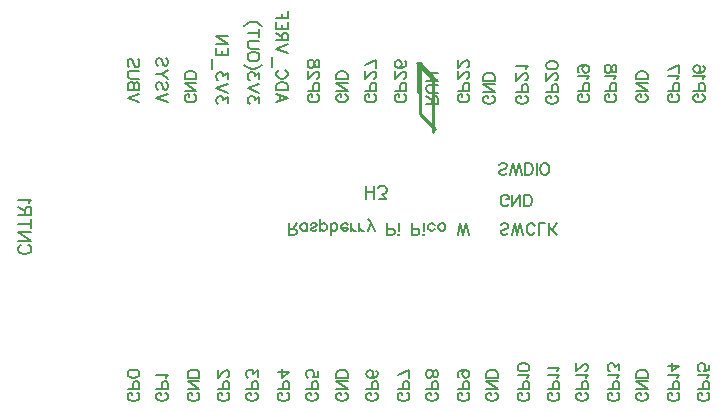
<source format=gbo>
G04 Layer: BottomSilkscreenLayer*
G04 EasyEDA v6.5.23, 2023-05-02 21:24:27*
G04 e18e553d63b247878dc8903f2d5500c8,4f913e99b9844981aeab8c69eabd27f9,10*
G04 Gerber Generator version 0.2*
G04 Scale: 100 percent, Rotated: No, Reflected: No *
G04 Dimensions in millimeters *
G04 leading zeros omitted , absolute positions ,4 integer and 5 decimal *
%FSLAX45Y45*%
%MOMM*%

%ADD10C,0.1524*%
%ADD11C,0.2032*%
%ADD12C,0.2540*%

%LPD*%
D10*
X114762Y-2144567D02*
G01*
X125153Y-2149764D01*
X135544Y-2160155D01*
X140738Y-2170544D01*
X140738Y-2191326D01*
X135544Y-2201717D01*
X125153Y-2212108D01*
X114762Y-2217305D01*
X99174Y-2222500D01*
X73197Y-2222500D01*
X57612Y-2217305D01*
X47221Y-2212108D01*
X36829Y-2201717D01*
X31635Y-2191326D01*
X31635Y-2170544D01*
X36829Y-2160155D01*
X47221Y-2149764D01*
X57612Y-2144567D01*
X140738Y-2110277D02*
G01*
X31635Y-2110277D01*
X140738Y-2110277D02*
G01*
X31635Y-2037542D01*
X140738Y-2037542D02*
G01*
X31635Y-2037542D01*
X140738Y-1966884D02*
G01*
X31635Y-1966884D01*
X140738Y-2003252D02*
G01*
X140738Y-1930514D01*
X140738Y-1896224D02*
G01*
X31635Y-1896224D01*
X140738Y-1896224D02*
G01*
X140738Y-1849465D01*
X135544Y-1833879D01*
X130347Y-1828685D01*
X119956Y-1823488D01*
X109565Y-1823488D01*
X99174Y-1828685D01*
X93979Y-1833879D01*
X88785Y-1849465D01*
X88785Y-1896224D01*
X88785Y-1859856D02*
G01*
X31635Y-1823488D01*
X119956Y-1789198D02*
G01*
X125153Y-1778807D01*
X140738Y-1763222D01*
X31635Y-1763222D01*
X2971800Y-1753638D02*
G01*
X2971800Y-1644535D01*
X3044535Y-1753638D02*
G01*
X3044535Y-1644535D01*
X2971800Y-1701685D02*
G01*
X3044535Y-1701685D01*
X3089216Y-1753638D02*
G01*
X3146366Y-1753638D01*
X3115195Y-1712074D01*
X3130781Y-1712074D01*
X3141172Y-1706879D01*
X3146366Y-1701685D01*
X3151563Y-1686097D01*
X3151563Y-1675706D01*
X3146366Y-1660121D01*
X3135975Y-1649729D01*
X3120390Y-1644535D01*
X3104804Y-1644535D01*
X3089216Y-1649729D01*
X3084022Y-1654924D01*
X3078825Y-1665315D01*
D11*
X5859272Y-3396742D02*
G01*
X5868670Y-3401313D01*
X5878068Y-3410712D01*
X5882640Y-3420110D01*
X5882640Y-3438905D01*
X5878068Y-3448304D01*
X5868670Y-3457702D01*
X5859272Y-3462528D01*
X5845047Y-3467100D01*
X5821679Y-3467100D01*
X5807709Y-3462528D01*
X5798311Y-3457702D01*
X5788913Y-3448304D01*
X5784088Y-3438905D01*
X5784088Y-3420110D01*
X5788913Y-3410712D01*
X5798311Y-3401313D01*
X5807709Y-3396742D01*
X5821679Y-3396742D01*
X5821679Y-3420110D02*
G01*
X5821679Y-3396742D01*
X5882640Y-3365754D02*
G01*
X5784088Y-3365754D01*
X5882640Y-3365754D02*
G01*
X5882640Y-3323589D01*
X5878068Y-3309365D01*
X5873241Y-3304794D01*
X5863843Y-3300221D01*
X5849874Y-3300221D01*
X5840475Y-3304794D01*
X5835650Y-3309365D01*
X5831077Y-3323589D01*
X5831077Y-3365754D01*
X5863843Y-3269234D02*
G01*
X5868670Y-3259836D01*
X5882640Y-3245612D01*
X5784088Y-3245612D01*
X5882640Y-3158489D02*
G01*
X5882640Y-3205226D01*
X5840475Y-3210052D01*
X5845047Y-3205226D01*
X5849874Y-3191255D01*
X5849874Y-3177286D01*
X5845047Y-3163062D01*
X5835650Y-3153663D01*
X5821679Y-3149092D01*
X5812281Y-3149092D01*
X5798311Y-3153663D01*
X5788913Y-3163062D01*
X5784088Y-3177286D01*
X5784088Y-3191255D01*
X5788913Y-3205226D01*
X5793486Y-3210052D01*
X5802884Y-3214623D01*
X5605272Y-3396742D02*
G01*
X5614670Y-3401313D01*
X5624068Y-3410712D01*
X5628640Y-3420110D01*
X5628640Y-3438905D01*
X5624068Y-3448304D01*
X5614670Y-3457702D01*
X5605272Y-3462528D01*
X5591047Y-3467100D01*
X5567679Y-3467100D01*
X5553709Y-3462528D01*
X5544311Y-3457702D01*
X5534913Y-3448304D01*
X5530088Y-3438905D01*
X5530088Y-3420110D01*
X5534913Y-3410712D01*
X5544311Y-3401313D01*
X5553709Y-3396742D01*
X5567679Y-3396742D01*
X5567679Y-3420110D02*
G01*
X5567679Y-3396742D01*
X5628640Y-3365754D02*
G01*
X5530088Y-3365754D01*
X5628640Y-3365754D02*
G01*
X5628640Y-3323589D01*
X5624068Y-3309365D01*
X5619241Y-3304794D01*
X5609843Y-3300221D01*
X5595874Y-3300221D01*
X5586475Y-3304794D01*
X5581650Y-3309365D01*
X5577077Y-3323589D01*
X5577077Y-3365754D01*
X5609843Y-3269234D02*
G01*
X5614670Y-3259836D01*
X5628640Y-3245612D01*
X5530088Y-3245612D01*
X5628640Y-3167887D02*
G01*
X5562854Y-3214623D01*
X5562854Y-3144265D01*
X5628640Y-3167887D02*
G01*
X5530088Y-3167887D01*
X5338572Y-3396742D02*
G01*
X5347970Y-3401313D01*
X5357368Y-3410712D01*
X5361940Y-3420110D01*
X5361940Y-3438905D01*
X5357368Y-3448304D01*
X5347970Y-3457702D01*
X5338572Y-3462528D01*
X5324347Y-3467100D01*
X5300979Y-3467100D01*
X5287009Y-3462528D01*
X5277611Y-3457702D01*
X5268213Y-3448304D01*
X5263388Y-3438905D01*
X5263388Y-3420110D01*
X5268213Y-3410712D01*
X5277611Y-3401313D01*
X5287009Y-3396742D01*
X5300979Y-3396742D01*
X5300979Y-3420110D02*
G01*
X5300979Y-3396742D01*
X5361940Y-3365754D02*
G01*
X5263388Y-3365754D01*
X5361940Y-3365754D02*
G01*
X5263388Y-3300221D01*
X5361940Y-3300221D02*
G01*
X5263388Y-3300221D01*
X5361940Y-3269234D02*
G01*
X5263388Y-3269234D01*
X5361940Y-3269234D02*
G01*
X5361940Y-3236213D01*
X5357368Y-3222244D01*
X5347970Y-3212845D01*
X5338572Y-3208273D01*
X5324347Y-3203447D01*
X5300979Y-3203447D01*
X5287009Y-3208273D01*
X5277611Y-3212845D01*
X5268213Y-3222244D01*
X5263388Y-3236213D01*
X5263388Y-3269234D01*
X5097272Y-3396742D02*
G01*
X5106670Y-3401313D01*
X5116068Y-3410712D01*
X5120640Y-3420110D01*
X5120640Y-3438905D01*
X5116068Y-3448304D01*
X5106670Y-3457702D01*
X5097272Y-3462528D01*
X5083047Y-3467100D01*
X5059679Y-3467100D01*
X5045709Y-3462528D01*
X5036311Y-3457702D01*
X5026913Y-3448304D01*
X5022088Y-3438905D01*
X5022088Y-3420110D01*
X5026913Y-3410712D01*
X5036311Y-3401313D01*
X5045709Y-3396742D01*
X5059679Y-3396742D01*
X5059679Y-3420110D02*
G01*
X5059679Y-3396742D01*
X5120640Y-3365754D02*
G01*
X5022088Y-3365754D01*
X5120640Y-3365754D02*
G01*
X5120640Y-3323589D01*
X5116068Y-3309365D01*
X5111241Y-3304794D01*
X5101843Y-3300221D01*
X5087874Y-3300221D01*
X5078475Y-3304794D01*
X5073650Y-3309365D01*
X5069077Y-3323589D01*
X5069077Y-3365754D01*
X5101843Y-3269234D02*
G01*
X5106670Y-3259836D01*
X5120640Y-3245612D01*
X5022088Y-3245612D01*
X5120640Y-3205226D02*
G01*
X5120640Y-3153663D01*
X5083047Y-3181857D01*
X5083047Y-3167887D01*
X5078475Y-3158489D01*
X5073650Y-3153663D01*
X5059679Y-3149092D01*
X5050281Y-3149092D01*
X5036311Y-3153663D01*
X5026913Y-3163062D01*
X5022088Y-3177286D01*
X5022088Y-3191255D01*
X5026913Y-3205226D01*
X5031486Y-3210052D01*
X5040884Y-3214623D01*
X4830572Y-3396742D02*
G01*
X4839970Y-3401313D01*
X4849368Y-3410712D01*
X4853940Y-3420110D01*
X4853940Y-3438905D01*
X4849368Y-3448304D01*
X4839970Y-3457702D01*
X4830572Y-3462528D01*
X4816347Y-3467100D01*
X4792979Y-3467100D01*
X4779009Y-3462528D01*
X4769611Y-3457702D01*
X4760213Y-3448304D01*
X4755388Y-3438905D01*
X4755388Y-3420110D01*
X4760213Y-3410712D01*
X4769611Y-3401313D01*
X4779009Y-3396742D01*
X4792979Y-3396742D01*
X4792979Y-3420110D02*
G01*
X4792979Y-3396742D01*
X4853940Y-3365754D02*
G01*
X4755388Y-3365754D01*
X4853940Y-3365754D02*
G01*
X4853940Y-3323589D01*
X4849368Y-3309365D01*
X4844541Y-3304794D01*
X4835143Y-3300221D01*
X4821174Y-3300221D01*
X4811775Y-3304794D01*
X4806950Y-3309365D01*
X4802377Y-3323589D01*
X4802377Y-3365754D01*
X4835143Y-3269234D02*
G01*
X4839970Y-3259836D01*
X4853940Y-3245612D01*
X4755388Y-3245612D01*
X4830572Y-3210052D02*
G01*
X4835143Y-3210052D01*
X4844541Y-3205226D01*
X4849368Y-3200654D01*
X4853940Y-3191255D01*
X4853940Y-3172460D01*
X4849368Y-3163062D01*
X4844541Y-3158489D01*
X4835143Y-3153663D01*
X4825745Y-3153663D01*
X4816347Y-3158489D01*
X4802377Y-3167887D01*
X4755388Y-3214623D01*
X4755388Y-3149092D01*
X4589272Y-3396742D02*
G01*
X4598670Y-3401313D01*
X4608068Y-3410712D01*
X4612640Y-3420110D01*
X4612640Y-3438905D01*
X4608068Y-3448304D01*
X4598670Y-3457702D01*
X4589272Y-3462528D01*
X4575047Y-3467100D01*
X4551679Y-3467100D01*
X4537709Y-3462528D01*
X4528311Y-3457702D01*
X4518913Y-3448304D01*
X4514088Y-3438905D01*
X4514088Y-3420110D01*
X4518913Y-3410712D01*
X4528311Y-3401313D01*
X4537709Y-3396742D01*
X4551679Y-3396742D01*
X4551679Y-3420110D02*
G01*
X4551679Y-3396742D01*
X4612640Y-3365754D02*
G01*
X4514088Y-3365754D01*
X4612640Y-3365754D02*
G01*
X4612640Y-3323589D01*
X4608068Y-3309365D01*
X4603241Y-3304794D01*
X4593843Y-3300221D01*
X4579874Y-3300221D01*
X4570475Y-3304794D01*
X4565650Y-3309365D01*
X4561077Y-3323589D01*
X4561077Y-3365754D01*
X4593843Y-3269234D02*
G01*
X4598670Y-3259836D01*
X4612640Y-3245612D01*
X4514088Y-3245612D01*
X4593843Y-3214623D02*
G01*
X4598670Y-3205226D01*
X4612640Y-3191255D01*
X4514088Y-3191255D01*
X4335272Y-3396742D02*
G01*
X4344670Y-3401313D01*
X4354068Y-3410712D01*
X4358640Y-3420110D01*
X4358640Y-3438905D01*
X4354068Y-3448304D01*
X4344670Y-3457702D01*
X4335272Y-3462528D01*
X4321047Y-3467100D01*
X4297679Y-3467100D01*
X4283709Y-3462528D01*
X4274311Y-3457702D01*
X4264913Y-3448304D01*
X4260088Y-3438905D01*
X4260088Y-3420110D01*
X4264913Y-3410712D01*
X4274311Y-3401313D01*
X4283709Y-3396742D01*
X4297679Y-3396742D01*
X4297679Y-3420110D02*
G01*
X4297679Y-3396742D01*
X4358640Y-3365754D02*
G01*
X4260088Y-3365754D01*
X4358640Y-3365754D02*
G01*
X4358640Y-3323589D01*
X4354068Y-3309365D01*
X4349241Y-3304794D01*
X4339843Y-3300221D01*
X4325874Y-3300221D01*
X4316475Y-3304794D01*
X4311650Y-3309365D01*
X4307077Y-3323589D01*
X4307077Y-3365754D01*
X4339843Y-3269234D02*
G01*
X4344670Y-3259836D01*
X4358640Y-3245612D01*
X4260088Y-3245612D01*
X4358640Y-3186684D02*
G01*
X4354068Y-3200654D01*
X4339843Y-3210052D01*
X4316475Y-3214623D01*
X4302252Y-3214623D01*
X4278884Y-3210052D01*
X4264913Y-3200654D01*
X4260088Y-3186684D01*
X4260088Y-3177286D01*
X4264913Y-3163062D01*
X4278884Y-3153663D01*
X4302252Y-3149092D01*
X4316475Y-3149092D01*
X4339843Y-3153663D01*
X4354068Y-3163062D01*
X4358640Y-3177286D01*
X4358640Y-3186684D01*
X4068572Y-3396742D02*
G01*
X4077970Y-3401313D01*
X4087368Y-3410712D01*
X4091940Y-3420110D01*
X4091940Y-3438905D01*
X4087368Y-3448304D01*
X4077970Y-3457702D01*
X4068572Y-3462528D01*
X4054347Y-3467100D01*
X4030979Y-3467100D01*
X4017009Y-3462528D01*
X4007611Y-3457702D01*
X3998213Y-3448304D01*
X3993388Y-3438905D01*
X3993388Y-3420110D01*
X3998213Y-3410712D01*
X4007611Y-3401313D01*
X4017009Y-3396742D01*
X4030979Y-3396742D01*
X4030979Y-3420110D02*
G01*
X4030979Y-3396742D01*
X4091940Y-3365754D02*
G01*
X3993388Y-3365754D01*
X4091940Y-3365754D02*
G01*
X3993388Y-3300221D01*
X4091940Y-3300221D02*
G01*
X3993388Y-3300221D01*
X4091940Y-3269234D02*
G01*
X3993388Y-3269234D01*
X4091940Y-3269234D02*
G01*
X4091940Y-3236213D01*
X4087368Y-3222244D01*
X4077970Y-3212845D01*
X4068572Y-3208273D01*
X4054347Y-3203447D01*
X4030979Y-3203447D01*
X4017009Y-3208273D01*
X4007611Y-3212845D01*
X3998213Y-3222244D01*
X3993388Y-3236213D01*
X3993388Y-3269234D01*
X3827272Y-3396742D02*
G01*
X3836670Y-3401313D01*
X3846068Y-3410712D01*
X3850640Y-3420110D01*
X3850640Y-3438905D01*
X3846068Y-3448304D01*
X3836670Y-3457702D01*
X3827272Y-3462528D01*
X3813047Y-3467100D01*
X3789679Y-3467100D01*
X3775709Y-3462528D01*
X3766311Y-3457702D01*
X3756913Y-3448304D01*
X3752088Y-3438905D01*
X3752088Y-3420110D01*
X3756913Y-3410712D01*
X3766311Y-3401313D01*
X3775709Y-3396742D01*
X3789679Y-3396742D01*
X3789679Y-3420110D02*
G01*
X3789679Y-3396742D01*
X3850640Y-3365754D02*
G01*
X3752088Y-3365754D01*
X3850640Y-3365754D02*
G01*
X3850640Y-3323589D01*
X3846068Y-3309365D01*
X3841241Y-3304794D01*
X3831843Y-3300221D01*
X3817874Y-3300221D01*
X3808475Y-3304794D01*
X3803650Y-3309365D01*
X3799077Y-3323589D01*
X3799077Y-3365754D01*
X3817874Y-3208273D02*
G01*
X3803650Y-3212845D01*
X3794252Y-3222244D01*
X3789679Y-3236213D01*
X3789679Y-3241039D01*
X3794252Y-3255010D01*
X3803650Y-3264407D01*
X3817874Y-3269234D01*
X3822445Y-3269234D01*
X3836670Y-3264407D01*
X3846068Y-3255010D01*
X3850640Y-3241039D01*
X3850640Y-3236213D01*
X3846068Y-3222244D01*
X3836670Y-3212845D01*
X3817874Y-3208273D01*
X3794252Y-3208273D01*
X3770884Y-3212845D01*
X3756913Y-3222244D01*
X3752088Y-3236213D01*
X3752088Y-3245612D01*
X3756913Y-3259836D01*
X3766311Y-3264407D01*
X3560572Y-3396742D02*
G01*
X3569970Y-3401313D01*
X3579368Y-3410712D01*
X3583940Y-3420110D01*
X3583940Y-3438905D01*
X3579368Y-3448304D01*
X3569970Y-3457702D01*
X3560572Y-3462528D01*
X3546347Y-3467100D01*
X3522979Y-3467100D01*
X3509009Y-3462528D01*
X3499611Y-3457702D01*
X3490213Y-3448304D01*
X3485388Y-3438905D01*
X3485388Y-3420110D01*
X3490213Y-3410712D01*
X3499611Y-3401313D01*
X3509009Y-3396742D01*
X3522979Y-3396742D01*
X3522979Y-3420110D02*
G01*
X3522979Y-3396742D01*
X3583940Y-3365754D02*
G01*
X3485388Y-3365754D01*
X3583940Y-3365754D02*
G01*
X3583940Y-3323589D01*
X3579368Y-3309365D01*
X3574541Y-3304794D01*
X3565143Y-3300221D01*
X3551174Y-3300221D01*
X3541775Y-3304794D01*
X3536950Y-3309365D01*
X3532377Y-3323589D01*
X3532377Y-3365754D01*
X3583940Y-3245612D02*
G01*
X3579368Y-3259836D01*
X3569970Y-3264407D01*
X3560572Y-3264407D01*
X3551174Y-3259836D01*
X3546347Y-3250437D01*
X3541775Y-3231642D01*
X3536950Y-3217418D01*
X3527552Y-3208273D01*
X3518154Y-3203447D01*
X3504184Y-3203447D01*
X3494786Y-3208273D01*
X3490213Y-3212845D01*
X3485388Y-3226815D01*
X3485388Y-3245612D01*
X3490213Y-3259836D01*
X3494786Y-3264407D01*
X3504184Y-3269234D01*
X3518154Y-3269234D01*
X3527552Y-3264407D01*
X3536950Y-3255010D01*
X3541775Y-3241039D01*
X3546347Y-3222244D01*
X3551174Y-3212845D01*
X3560572Y-3208273D01*
X3569970Y-3208273D01*
X3579368Y-3212845D01*
X3583940Y-3226815D01*
X3583940Y-3245612D01*
X3319272Y-3396742D02*
G01*
X3328670Y-3401313D01*
X3338068Y-3410712D01*
X3342640Y-3420110D01*
X3342640Y-3438905D01*
X3338068Y-3448304D01*
X3328670Y-3457702D01*
X3319272Y-3462528D01*
X3305047Y-3467100D01*
X3281679Y-3467100D01*
X3267709Y-3462528D01*
X3258311Y-3457702D01*
X3248913Y-3448304D01*
X3244088Y-3438905D01*
X3244088Y-3420110D01*
X3248913Y-3410712D01*
X3258311Y-3401313D01*
X3267709Y-3396742D01*
X3281679Y-3396742D01*
X3281679Y-3420110D02*
G01*
X3281679Y-3396742D01*
X3342640Y-3365754D02*
G01*
X3244088Y-3365754D01*
X3342640Y-3365754D02*
G01*
X3342640Y-3323589D01*
X3338068Y-3309365D01*
X3333241Y-3304794D01*
X3323843Y-3300221D01*
X3309874Y-3300221D01*
X3300475Y-3304794D01*
X3295650Y-3309365D01*
X3291077Y-3323589D01*
X3291077Y-3365754D01*
X3342640Y-3203447D02*
G01*
X3244088Y-3250437D01*
X3342640Y-3269234D02*
G01*
X3342640Y-3203447D01*
X3052572Y-3396742D02*
G01*
X3061970Y-3401313D01*
X3071368Y-3410712D01*
X3075940Y-3420110D01*
X3075940Y-3438905D01*
X3071368Y-3448304D01*
X3061970Y-3457702D01*
X3052572Y-3462528D01*
X3038347Y-3467100D01*
X3014979Y-3467100D01*
X3001009Y-3462528D01*
X2991611Y-3457702D01*
X2982213Y-3448304D01*
X2977388Y-3438905D01*
X2977388Y-3420110D01*
X2982213Y-3410712D01*
X2991611Y-3401313D01*
X3001009Y-3396742D01*
X3014979Y-3396742D01*
X3014979Y-3420110D02*
G01*
X3014979Y-3396742D01*
X3075940Y-3365754D02*
G01*
X2977388Y-3365754D01*
X3075940Y-3365754D02*
G01*
X3075940Y-3323589D01*
X3071368Y-3309365D01*
X3066541Y-3304794D01*
X3057143Y-3300221D01*
X3043174Y-3300221D01*
X3033775Y-3304794D01*
X3028950Y-3309365D01*
X3024377Y-3323589D01*
X3024377Y-3365754D01*
X3061970Y-3212845D02*
G01*
X3071368Y-3217418D01*
X3075940Y-3231642D01*
X3075940Y-3241039D01*
X3071368Y-3255010D01*
X3057143Y-3264407D01*
X3033775Y-3269234D01*
X3010154Y-3269234D01*
X2991611Y-3264407D01*
X2982213Y-3255010D01*
X2977388Y-3241039D01*
X2977388Y-3236213D01*
X2982213Y-3222244D01*
X2991611Y-3212845D01*
X3005581Y-3208273D01*
X3010154Y-3208273D01*
X3024377Y-3212845D01*
X3033775Y-3222244D01*
X3038347Y-3236213D01*
X3038347Y-3241039D01*
X3033775Y-3255010D01*
X3024377Y-3264407D01*
X3010154Y-3269234D01*
X2798572Y-3396742D02*
G01*
X2807970Y-3401313D01*
X2817368Y-3410712D01*
X2821940Y-3420110D01*
X2821940Y-3438905D01*
X2817368Y-3448304D01*
X2807970Y-3457702D01*
X2798572Y-3462528D01*
X2784347Y-3467100D01*
X2760979Y-3467100D01*
X2747009Y-3462528D01*
X2737611Y-3457702D01*
X2728213Y-3448304D01*
X2723388Y-3438905D01*
X2723388Y-3420110D01*
X2728213Y-3410712D01*
X2737611Y-3401313D01*
X2747009Y-3396742D01*
X2760979Y-3396742D01*
X2760979Y-3420110D02*
G01*
X2760979Y-3396742D01*
X2821940Y-3365754D02*
G01*
X2723388Y-3365754D01*
X2821940Y-3365754D02*
G01*
X2723388Y-3300221D01*
X2821940Y-3300221D02*
G01*
X2723388Y-3300221D01*
X2821940Y-3269234D02*
G01*
X2723388Y-3269234D01*
X2821940Y-3269234D02*
G01*
X2821940Y-3236213D01*
X2817368Y-3222244D01*
X2807970Y-3212845D01*
X2798572Y-3208273D01*
X2784347Y-3203447D01*
X2760979Y-3203447D01*
X2747009Y-3208273D01*
X2737611Y-3212845D01*
X2728213Y-3222244D01*
X2723388Y-3236213D01*
X2723388Y-3269234D01*
X2544572Y-3396742D02*
G01*
X2553970Y-3401313D01*
X2563368Y-3410712D01*
X2567940Y-3420110D01*
X2567940Y-3438905D01*
X2563368Y-3448304D01*
X2553970Y-3457702D01*
X2544572Y-3462528D01*
X2530347Y-3467100D01*
X2506979Y-3467100D01*
X2493009Y-3462528D01*
X2483611Y-3457702D01*
X2474213Y-3448304D01*
X2469388Y-3438905D01*
X2469388Y-3420110D01*
X2474213Y-3410712D01*
X2483611Y-3401313D01*
X2493009Y-3396742D01*
X2506979Y-3396742D01*
X2506979Y-3420110D02*
G01*
X2506979Y-3396742D01*
X2567940Y-3365754D02*
G01*
X2469388Y-3365754D01*
X2567940Y-3365754D02*
G01*
X2567940Y-3323589D01*
X2563368Y-3309365D01*
X2558541Y-3304794D01*
X2549143Y-3300221D01*
X2535174Y-3300221D01*
X2525775Y-3304794D01*
X2520950Y-3309365D01*
X2516377Y-3323589D01*
X2516377Y-3365754D01*
X2567940Y-3212845D02*
G01*
X2567940Y-3259836D01*
X2525775Y-3264407D01*
X2530347Y-3259836D01*
X2535174Y-3245612D01*
X2535174Y-3231642D01*
X2530347Y-3217418D01*
X2520950Y-3208273D01*
X2506979Y-3203447D01*
X2497581Y-3203447D01*
X2483611Y-3208273D01*
X2474213Y-3217418D01*
X2469388Y-3231642D01*
X2469388Y-3245612D01*
X2474213Y-3259836D01*
X2478786Y-3264407D01*
X2488184Y-3269234D01*
X2303272Y-3396742D02*
G01*
X2312670Y-3401313D01*
X2322068Y-3410712D01*
X2326640Y-3420110D01*
X2326640Y-3438905D01*
X2322068Y-3448304D01*
X2312670Y-3457702D01*
X2303272Y-3462528D01*
X2289047Y-3467100D01*
X2265679Y-3467100D01*
X2251709Y-3462528D01*
X2242311Y-3457702D01*
X2232913Y-3448304D01*
X2228088Y-3438905D01*
X2228088Y-3420110D01*
X2232913Y-3410712D01*
X2242311Y-3401313D01*
X2251709Y-3396742D01*
X2265679Y-3396742D01*
X2265679Y-3420110D02*
G01*
X2265679Y-3396742D01*
X2326640Y-3365754D02*
G01*
X2228088Y-3365754D01*
X2326640Y-3365754D02*
G01*
X2326640Y-3323589D01*
X2322068Y-3309365D01*
X2317241Y-3304794D01*
X2307843Y-3300221D01*
X2293874Y-3300221D01*
X2284475Y-3304794D01*
X2279650Y-3309365D01*
X2275077Y-3323589D01*
X2275077Y-3365754D01*
X2326640Y-3222244D02*
G01*
X2260854Y-3269234D01*
X2260854Y-3198876D01*
X2326640Y-3222244D02*
G01*
X2228088Y-3222244D01*
X2036572Y-3396742D02*
G01*
X2045970Y-3401313D01*
X2055368Y-3410712D01*
X2059940Y-3420110D01*
X2059940Y-3438905D01*
X2055368Y-3448304D01*
X2045970Y-3457702D01*
X2036572Y-3462528D01*
X2022347Y-3467100D01*
X1998979Y-3467100D01*
X1985009Y-3462528D01*
X1975611Y-3457702D01*
X1966213Y-3448304D01*
X1961388Y-3438905D01*
X1961388Y-3420110D01*
X1966213Y-3410712D01*
X1975611Y-3401313D01*
X1985009Y-3396742D01*
X1998979Y-3396742D01*
X1998979Y-3420110D02*
G01*
X1998979Y-3396742D01*
X2059940Y-3365754D02*
G01*
X1961388Y-3365754D01*
X2059940Y-3365754D02*
G01*
X2059940Y-3323589D01*
X2055368Y-3309365D01*
X2050541Y-3304794D01*
X2041143Y-3300221D01*
X2027174Y-3300221D01*
X2017775Y-3304794D01*
X2012950Y-3309365D01*
X2008377Y-3323589D01*
X2008377Y-3365754D01*
X2059940Y-3259836D02*
G01*
X2059940Y-3208273D01*
X2022347Y-3236213D01*
X2022347Y-3222244D01*
X2017775Y-3212845D01*
X2012950Y-3208273D01*
X1998979Y-3203447D01*
X1989581Y-3203447D01*
X1975611Y-3208273D01*
X1966213Y-3217418D01*
X1961388Y-3231642D01*
X1961388Y-3245612D01*
X1966213Y-3259836D01*
X1970786Y-3264407D01*
X1980184Y-3269234D01*
X1795271Y-3396742D02*
G01*
X1804670Y-3401313D01*
X1814068Y-3410712D01*
X1818639Y-3420110D01*
X1818639Y-3438905D01*
X1814068Y-3448304D01*
X1804670Y-3457702D01*
X1795271Y-3462528D01*
X1781047Y-3467100D01*
X1757679Y-3467100D01*
X1743710Y-3462528D01*
X1734312Y-3457702D01*
X1724913Y-3448304D01*
X1720087Y-3438905D01*
X1720087Y-3420110D01*
X1724913Y-3410712D01*
X1734312Y-3401313D01*
X1743710Y-3396742D01*
X1757679Y-3396742D01*
X1757679Y-3420110D02*
G01*
X1757679Y-3396742D01*
X1818639Y-3365754D02*
G01*
X1720087Y-3365754D01*
X1818639Y-3365754D02*
G01*
X1818639Y-3323589D01*
X1814068Y-3309365D01*
X1809242Y-3304794D01*
X1799844Y-3300221D01*
X1785873Y-3300221D01*
X1776476Y-3304794D01*
X1771650Y-3309365D01*
X1767078Y-3323589D01*
X1767078Y-3365754D01*
X1795271Y-3264407D02*
G01*
X1799844Y-3264407D01*
X1809242Y-3259836D01*
X1814068Y-3255010D01*
X1818639Y-3245612D01*
X1818639Y-3226815D01*
X1814068Y-3217418D01*
X1809242Y-3212845D01*
X1799844Y-3208273D01*
X1790445Y-3208273D01*
X1781047Y-3212845D01*
X1767078Y-3222244D01*
X1720087Y-3269234D01*
X1720087Y-3203447D01*
X1541271Y-3396742D02*
G01*
X1550670Y-3401313D01*
X1560068Y-3410712D01*
X1564639Y-3420110D01*
X1564639Y-3438905D01*
X1560068Y-3448304D01*
X1550670Y-3457702D01*
X1541271Y-3462528D01*
X1527047Y-3467100D01*
X1503679Y-3467100D01*
X1489710Y-3462528D01*
X1480312Y-3457702D01*
X1470913Y-3448304D01*
X1466087Y-3438905D01*
X1466087Y-3420110D01*
X1470913Y-3410712D01*
X1480312Y-3401313D01*
X1489710Y-3396742D01*
X1503679Y-3396742D01*
X1503679Y-3420110D02*
G01*
X1503679Y-3396742D01*
X1564639Y-3365754D02*
G01*
X1466087Y-3365754D01*
X1564639Y-3365754D02*
G01*
X1466087Y-3300221D01*
X1564639Y-3300221D02*
G01*
X1466087Y-3300221D01*
X1564639Y-3269234D02*
G01*
X1466087Y-3269234D01*
X1564639Y-3269234D02*
G01*
X1564639Y-3236213D01*
X1560068Y-3222244D01*
X1550670Y-3212845D01*
X1541271Y-3208273D01*
X1527047Y-3203447D01*
X1503679Y-3203447D01*
X1489710Y-3208273D01*
X1480312Y-3212845D01*
X1470913Y-3222244D01*
X1466087Y-3236213D01*
X1466087Y-3269234D01*
X1274571Y-3396742D02*
G01*
X1283970Y-3401313D01*
X1293368Y-3410712D01*
X1297939Y-3420110D01*
X1297939Y-3438905D01*
X1293368Y-3448304D01*
X1283970Y-3457702D01*
X1274571Y-3462528D01*
X1260347Y-3467100D01*
X1236979Y-3467100D01*
X1223010Y-3462528D01*
X1213612Y-3457702D01*
X1204213Y-3448304D01*
X1199387Y-3438905D01*
X1199387Y-3420110D01*
X1204213Y-3410712D01*
X1213612Y-3401313D01*
X1223010Y-3396742D01*
X1236979Y-3396742D01*
X1236979Y-3420110D02*
G01*
X1236979Y-3396742D01*
X1297939Y-3365754D02*
G01*
X1199387Y-3365754D01*
X1297939Y-3365754D02*
G01*
X1297939Y-3323589D01*
X1293368Y-3309365D01*
X1288542Y-3304794D01*
X1279144Y-3300221D01*
X1265173Y-3300221D01*
X1255776Y-3304794D01*
X1250950Y-3309365D01*
X1246378Y-3323589D01*
X1246378Y-3365754D01*
X1279144Y-3269234D02*
G01*
X1283970Y-3259836D01*
X1297939Y-3245612D01*
X1199387Y-3245612D01*
X1033271Y-3396742D02*
G01*
X1042670Y-3401313D01*
X1052068Y-3410712D01*
X1056639Y-3420110D01*
X1056639Y-3438905D01*
X1052068Y-3448304D01*
X1042670Y-3457702D01*
X1033271Y-3462528D01*
X1019047Y-3467100D01*
X995679Y-3467100D01*
X981710Y-3462528D01*
X972312Y-3457702D01*
X962913Y-3448304D01*
X958087Y-3438905D01*
X958087Y-3420110D01*
X962913Y-3410712D01*
X972312Y-3401313D01*
X981710Y-3396742D01*
X995679Y-3396742D01*
X995679Y-3420110D02*
G01*
X995679Y-3396742D01*
X1056639Y-3365754D02*
G01*
X958087Y-3365754D01*
X1056639Y-3365754D02*
G01*
X1056639Y-3323589D01*
X1052068Y-3309365D01*
X1047242Y-3304794D01*
X1037844Y-3300221D01*
X1023873Y-3300221D01*
X1014476Y-3304794D01*
X1009650Y-3309365D01*
X1005078Y-3323589D01*
X1005078Y-3365754D01*
X1056639Y-3241039D02*
G01*
X1052068Y-3255010D01*
X1037844Y-3264407D01*
X1014476Y-3269234D01*
X1000252Y-3269234D01*
X976884Y-3264407D01*
X962913Y-3255010D01*
X958087Y-3241039D01*
X958087Y-3231642D01*
X962913Y-3217418D01*
X976884Y-3208273D01*
X1000252Y-3203447D01*
X1014476Y-3203447D01*
X1037844Y-3208273D01*
X1052068Y-3217418D01*
X1056639Y-3231642D01*
X1056639Y-3241039D01*
X2324100Y-2059939D02*
G01*
X2324100Y-1961387D01*
X2324100Y-2059939D02*
G01*
X2366263Y-2059939D01*
X2380488Y-2055368D01*
X2385059Y-2050542D01*
X2389886Y-2041144D01*
X2389886Y-2031745D01*
X2385059Y-2022347D01*
X2380488Y-2017776D01*
X2366263Y-2012950D01*
X2324100Y-2012950D01*
X2356865Y-2012950D02*
G01*
X2389886Y-1961387D01*
X2477008Y-2027173D02*
G01*
X2477008Y-1961387D01*
X2477008Y-2012950D02*
G01*
X2467609Y-2022347D01*
X2458211Y-2027173D01*
X2444241Y-2027173D01*
X2434843Y-2022347D01*
X2425445Y-2012950D01*
X2420620Y-1998979D01*
X2420620Y-1989581D01*
X2425445Y-1975612D01*
X2434843Y-1966213D01*
X2444241Y-1961387D01*
X2458211Y-1961387D01*
X2467609Y-1966213D01*
X2477008Y-1975612D01*
X2559558Y-2012950D02*
G01*
X2554986Y-2022347D01*
X2540761Y-2027173D01*
X2526791Y-2027173D01*
X2512568Y-2022347D01*
X2507995Y-2012950D01*
X2512568Y-2003552D01*
X2521965Y-1998979D01*
X2545588Y-1994154D01*
X2554986Y-1989581D01*
X2559558Y-1980184D01*
X2559558Y-1975612D01*
X2554986Y-1966213D01*
X2540761Y-1961387D01*
X2526791Y-1961387D01*
X2512568Y-1966213D01*
X2507995Y-1975612D01*
X2590545Y-2027173D02*
G01*
X2590545Y-1928621D01*
X2590545Y-2012950D02*
G01*
X2599943Y-2022347D01*
X2609341Y-2027173D01*
X2623311Y-2027173D01*
X2632709Y-2022347D01*
X2642108Y-2012950D01*
X2646934Y-1998979D01*
X2646934Y-1989581D01*
X2642108Y-1975612D01*
X2632709Y-1966213D01*
X2623311Y-1961387D01*
X2609341Y-1961387D01*
X2599943Y-1966213D01*
X2590545Y-1975612D01*
X2677922Y-2059939D02*
G01*
X2677922Y-1961387D01*
X2677922Y-2012950D02*
G01*
X2687065Y-2022347D01*
X2696463Y-2027173D01*
X2710688Y-2027173D01*
X2720086Y-2022347D01*
X2729484Y-2012950D01*
X2734056Y-1998979D01*
X2734056Y-1989581D01*
X2729484Y-1975612D01*
X2720086Y-1966213D01*
X2710688Y-1961387D01*
X2696463Y-1961387D01*
X2687065Y-1966213D01*
X2677922Y-1975612D01*
X2765043Y-1998979D02*
G01*
X2821431Y-1998979D01*
X2821431Y-2008378D01*
X2816606Y-2017776D01*
X2812034Y-2022347D01*
X2802636Y-2027173D01*
X2788411Y-2027173D01*
X2779013Y-2022347D01*
X2769615Y-2012950D01*
X2765043Y-1998979D01*
X2765043Y-1989581D01*
X2769615Y-1975612D01*
X2779013Y-1966213D01*
X2788411Y-1961387D01*
X2802636Y-1961387D01*
X2812034Y-1966213D01*
X2821431Y-1975612D01*
X2852420Y-2027173D02*
G01*
X2852420Y-1961387D01*
X2852420Y-1998979D02*
G01*
X2856991Y-2012950D01*
X2866390Y-2022347D01*
X2875788Y-2027173D01*
X2889758Y-2027173D01*
X2920745Y-2027173D02*
G01*
X2920745Y-1961387D01*
X2920745Y-1998979D02*
G01*
X2925572Y-2012950D01*
X2934970Y-2022347D01*
X2944113Y-2027173D01*
X2958338Y-2027173D01*
X2993897Y-2027173D02*
G01*
X3022091Y-1961387D01*
X3050286Y-2027173D02*
G01*
X3022091Y-1961387D01*
X3012693Y-1942592D01*
X3003295Y-1933194D01*
X2993897Y-1928621D01*
X2989325Y-1928621D01*
X3153409Y-2059939D02*
G01*
X3153409Y-1961387D01*
X3153409Y-2059939D02*
G01*
X3195574Y-2059939D01*
X3209797Y-2055368D01*
X3214370Y-2050542D01*
X3219195Y-2041144D01*
X3219195Y-2027173D01*
X3214370Y-2017776D01*
X3209797Y-2012950D01*
X3195574Y-2008378D01*
X3153409Y-2008378D01*
X3250184Y-2059939D02*
G01*
X3254756Y-2055368D01*
X3259581Y-2059939D01*
X3254756Y-2064512D01*
X3250184Y-2059939D01*
X3254756Y-2027173D02*
G01*
X3254756Y-1961387D01*
X3362706Y-2059939D02*
G01*
X3362706Y-1961387D01*
X3362706Y-2059939D02*
G01*
X3404870Y-2059939D01*
X3418840Y-2055368D01*
X3423665Y-2050542D01*
X3428238Y-2041144D01*
X3428238Y-2027173D01*
X3423665Y-2017776D01*
X3418840Y-2012950D01*
X3404870Y-2008378D01*
X3362706Y-2008378D01*
X3459225Y-2059939D02*
G01*
X3464052Y-2055368D01*
X3468624Y-2059939D01*
X3464052Y-2064512D01*
X3459225Y-2059939D01*
X3464052Y-2027173D02*
G01*
X3464052Y-1961387D01*
X3556000Y-2012950D02*
G01*
X3546602Y-2022347D01*
X3537204Y-2027173D01*
X3522979Y-2027173D01*
X3513836Y-2022347D01*
X3504438Y-2012950D01*
X3499611Y-1998979D01*
X3499611Y-1989581D01*
X3504438Y-1975612D01*
X3513836Y-1966213D01*
X3522979Y-1961387D01*
X3537204Y-1961387D01*
X3546602Y-1966213D01*
X3556000Y-1975612D01*
X3610356Y-2027173D02*
G01*
X3600958Y-2022347D01*
X3591559Y-2012950D01*
X3586988Y-1998979D01*
X3586988Y-1989581D01*
X3591559Y-1975612D01*
X3600958Y-1966213D01*
X3610356Y-1961387D01*
X3624325Y-1961387D01*
X3633724Y-1966213D01*
X3643122Y-1975612D01*
X3647947Y-1989581D01*
X3647947Y-1998979D01*
X3643122Y-2012950D01*
X3633724Y-2022347D01*
X3624325Y-2027173D01*
X3610356Y-2027173D01*
X3751072Y-2059939D02*
G01*
X3774440Y-1961387D01*
X3798061Y-2059939D02*
G01*
X3774440Y-1961387D01*
X3798061Y-2059939D02*
G01*
X3821429Y-1961387D01*
X3844797Y-2059939D02*
G01*
X3821429Y-1961387D01*
X4180586Y-2045970D02*
G01*
X4171188Y-2055368D01*
X4156963Y-2059939D01*
X4138168Y-2059939D01*
X4124197Y-2055368D01*
X4114800Y-2045970D01*
X4114800Y-2036571D01*
X4119372Y-2027173D01*
X4124197Y-2022347D01*
X4133595Y-2017776D01*
X4161790Y-2008378D01*
X4171188Y-2003552D01*
X4175759Y-1998979D01*
X4180586Y-1989581D01*
X4180586Y-1975612D01*
X4171188Y-1966213D01*
X4156963Y-1961387D01*
X4138168Y-1961387D01*
X4124197Y-1966213D01*
X4114800Y-1975612D01*
X4211320Y-2059939D02*
G01*
X4234941Y-1961387D01*
X4258309Y-2059939D02*
G01*
X4234941Y-1961387D01*
X4258309Y-2059939D02*
G01*
X4281677Y-1961387D01*
X4305300Y-2059939D02*
G01*
X4281677Y-1961387D01*
X4406645Y-2036571D02*
G01*
X4401820Y-2045970D01*
X4392422Y-2055368D01*
X4383024Y-2059939D01*
X4364481Y-2059939D01*
X4355084Y-2055368D01*
X4345686Y-2045970D01*
X4340859Y-2036571D01*
X4336288Y-2022347D01*
X4336288Y-1998979D01*
X4340859Y-1985010D01*
X4345686Y-1975612D01*
X4355084Y-1966213D01*
X4364481Y-1961387D01*
X4383024Y-1961387D01*
X4392422Y-1966213D01*
X4401820Y-1975612D01*
X4406645Y-1985010D01*
X4437634Y-2059939D02*
G01*
X4437634Y-1961387D01*
X4437634Y-1961387D02*
G01*
X4493768Y-1961387D01*
X4524756Y-2059939D02*
G01*
X4524756Y-1961387D01*
X4590541Y-2059939D02*
G01*
X4524756Y-1994154D01*
X4548124Y-2017776D02*
G01*
X4590541Y-1961387D01*
X4185158Y-1795271D02*
G01*
X4180586Y-1804670D01*
X4171188Y-1814068D01*
X4161790Y-1818639D01*
X4142993Y-1818639D01*
X4133595Y-1814068D01*
X4124197Y-1804670D01*
X4119372Y-1795271D01*
X4114800Y-1781047D01*
X4114800Y-1757679D01*
X4119372Y-1743710D01*
X4124197Y-1734312D01*
X4133595Y-1724913D01*
X4142993Y-1720087D01*
X4161790Y-1720087D01*
X4171188Y-1724913D01*
X4180586Y-1734312D01*
X4185158Y-1743710D01*
X4185158Y-1757679D01*
X4161790Y-1757679D02*
G01*
X4185158Y-1757679D01*
X4216145Y-1818639D02*
G01*
X4216145Y-1720087D01*
X4216145Y-1818639D02*
G01*
X4281677Y-1720087D01*
X4281677Y-1818639D02*
G01*
X4281677Y-1720087D01*
X4312665Y-1818639D02*
G01*
X4312665Y-1720087D01*
X4312665Y-1818639D02*
G01*
X4345686Y-1818639D01*
X4359656Y-1814068D01*
X4369054Y-1804670D01*
X4373625Y-1795271D01*
X4378452Y-1781047D01*
X4378452Y-1757679D01*
X4373625Y-1743710D01*
X4369054Y-1734312D01*
X4359656Y-1724913D01*
X4345686Y-1720087D01*
X4312665Y-1720087D01*
X4167886Y-1537970D02*
G01*
X4158488Y-1547368D01*
X4144263Y-1551939D01*
X4125468Y-1551939D01*
X4111497Y-1547368D01*
X4102100Y-1537970D01*
X4102100Y-1528571D01*
X4106672Y-1519173D01*
X4111497Y-1514347D01*
X4120895Y-1509776D01*
X4149090Y-1500378D01*
X4158488Y-1495552D01*
X4163059Y-1490979D01*
X4167886Y-1481581D01*
X4167886Y-1467612D01*
X4158488Y-1458213D01*
X4144263Y-1453387D01*
X4125468Y-1453387D01*
X4111497Y-1458213D01*
X4102100Y-1467612D01*
X4198620Y-1551939D02*
G01*
X4222241Y-1453387D01*
X4245609Y-1551939D02*
G01*
X4222241Y-1453387D01*
X4245609Y-1551939D02*
G01*
X4268977Y-1453387D01*
X4292600Y-1551939D02*
G01*
X4268977Y-1453387D01*
X4323588Y-1551939D02*
G01*
X4323588Y-1453387D01*
X4323588Y-1551939D02*
G01*
X4356354Y-1551939D01*
X4370324Y-1547368D01*
X4379722Y-1537970D01*
X4384547Y-1528571D01*
X4389120Y-1514347D01*
X4389120Y-1490979D01*
X4384547Y-1477010D01*
X4379722Y-1467612D01*
X4370324Y-1458213D01*
X4356354Y-1453387D01*
X4323588Y-1453387D01*
X4420108Y-1551939D02*
G01*
X4420108Y-1453387D01*
X4479290Y-1551939D02*
G01*
X4469891Y-1547368D01*
X4460493Y-1537970D01*
X4455668Y-1528571D01*
X4451095Y-1514347D01*
X4451095Y-1490979D01*
X4455668Y-1477010D01*
X4460493Y-1467612D01*
X4469891Y-1458213D01*
X4479290Y-1453387D01*
X4498086Y-1453387D01*
X4507484Y-1458213D01*
X4516881Y-1467612D01*
X4521454Y-1477010D01*
X4526279Y-1490979D01*
X4526279Y-1514347D01*
X4521454Y-1528571D01*
X4516881Y-1537970D01*
X4507484Y-1547368D01*
X4498086Y-1551939D01*
X4479290Y-1551939D01*
X1056639Y-939800D02*
G01*
X958087Y-902207D01*
X1056639Y-864870D02*
G01*
X958087Y-902207D01*
X1056639Y-833881D02*
G01*
X958087Y-833881D01*
X1056639Y-833881D02*
G01*
X1056639Y-791463D01*
X1052068Y-777494D01*
X1047242Y-772921D01*
X1037844Y-768095D01*
X1028445Y-768095D01*
X1019047Y-772921D01*
X1014476Y-777494D01*
X1009650Y-791463D01*
X1009650Y-833881D02*
G01*
X1009650Y-791463D01*
X1005078Y-777494D01*
X1000252Y-772921D01*
X990854Y-768095D01*
X976884Y-768095D01*
X967486Y-772921D01*
X962913Y-777494D01*
X958087Y-791463D01*
X958087Y-833881D01*
X1056639Y-737107D02*
G01*
X986281Y-737107D01*
X972312Y-732536D01*
X962913Y-723137D01*
X958087Y-708913D01*
X958087Y-699515D01*
X962913Y-685545D01*
X972312Y-676147D01*
X986281Y-671576D01*
X1056639Y-671576D01*
X1042670Y-574802D02*
G01*
X1052068Y-584200D01*
X1056639Y-598423D01*
X1056639Y-616965D01*
X1052068Y-631189D01*
X1042670Y-640587D01*
X1033271Y-640587D01*
X1023873Y-635762D01*
X1019047Y-631189D01*
X1014476Y-621792D01*
X1005078Y-593597D01*
X1000252Y-584200D01*
X995679Y-579628D01*
X986281Y-574802D01*
X972312Y-574802D01*
X962913Y-584200D01*
X958087Y-598423D01*
X958087Y-616965D01*
X962913Y-631189D01*
X972312Y-640587D01*
X1297939Y-939800D02*
G01*
X1199387Y-902207D01*
X1297939Y-864870D02*
G01*
X1199387Y-902207D01*
X1283970Y-768095D02*
G01*
X1293368Y-777494D01*
X1297939Y-791463D01*
X1297939Y-810260D01*
X1293368Y-824484D01*
X1283970Y-833881D01*
X1274571Y-833881D01*
X1265173Y-829055D01*
X1260347Y-824484D01*
X1255776Y-815086D01*
X1246378Y-786892D01*
X1241552Y-777494D01*
X1236979Y-772921D01*
X1227581Y-768095D01*
X1213612Y-768095D01*
X1204213Y-777494D01*
X1199387Y-791463D01*
X1199387Y-810260D01*
X1204213Y-824484D01*
X1213612Y-833881D01*
X1297939Y-737107D02*
G01*
X1250950Y-699515D01*
X1199387Y-699515D01*
X1297939Y-662178D02*
G01*
X1250950Y-699515D01*
X1283970Y-565404D02*
G01*
X1293368Y-574802D01*
X1297939Y-589026D01*
X1297939Y-607568D01*
X1293368Y-621792D01*
X1283970Y-631189D01*
X1274571Y-631189D01*
X1265173Y-626363D01*
X1260347Y-621792D01*
X1255776Y-612394D01*
X1246378Y-584200D01*
X1241552Y-574802D01*
X1236979Y-570229D01*
X1227581Y-565404D01*
X1213612Y-565404D01*
X1204213Y-574802D01*
X1199387Y-589026D01*
X1199387Y-607568D01*
X1204213Y-621792D01*
X1213612Y-631189D01*
X1515871Y-869442D02*
G01*
X1525270Y-874013D01*
X1534668Y-883412D01*
X1539239Y-892810D01*
X1539239Y-911605D01*
X1534668Y-921004D01*
X1525270Y-930402D01*
X1515871Y-935228D01*
X1501647Y-939800D01*
X1478279Y-939800D01*
X1464310Y-935228D01*
X1454912Y-930402D01*
X1445513Y-921004D01*
X1440687Y-911605D01*
X1440687Y-892810D01*
X1445513Y-883412D01*
X1454912Y-874013D01*
X1464310Y-869442D01*
X1478279Y-869442D01*
X1478279Y-892810D02*
G01*
X1478279Y-869442D01*
X1539239Y-838454D02*
G01*
X1440687Y-838454D01*
X1539239Y-838454D02*
G01*
X1440687Y-772921D01*
X1539239Y-772921D02*
G01*
X1440687Y-772921D01*
X1539239Y-741934D02*
G01*
X1440687Y-741934D01*
X1539239Y-741934D02*
G01*
X1539239Y-708913D01*
X1534668Y-694944D01*
X1525270Y-685545D01*
X1515871Y-680973D01*
X1501647Y-676147D01*
X1478279Y-676147D01*
X1464310Y-680973D01*
X1454912Y-685545D01*
X1445513Y-694944D01*
X1440687Y-708913D01*
X1440687Y-741934D01*
X1805939Y-943102D02*
G01*
X1805939Y-891539D01*
X1768347Y-919734D01*
X1768347Y-905510D01*
X1763776Y-896112D01*
X1758950Y-891539D01*
X1744979Y-886713D01*
X1735581Y-886713D01*
X1721612Y-891539D01*
X1712213Y-900937D01*
X1707387Y-914907D01*
X1707387Y-929131D01*
X1712213Y-943102D01*
X1716786Y-947928D01*
X1726184Y-952500D01*
X1805939Y-855979D02*
G01*
X1707387Y-818387D01*
X1805939Y-780795D02*
G01*
X1707387Y-818387D01*
X1805939Y-740410D02*
G01*
X1805939Y-688847D01*
X1768347Y-717042D01*
X1768347Y-702818D01*
X1763776Y-693673D01*
X1758950Y-688847D01*
X1744979Y-684276D01*
X1735581Y-684276D01*
X1721612Y-688847D01*
X1712213Y-698245D01*
X1707387Y-712215D01*
X1707387Y-726439D01*
X1712213Y-740410D01*
X1716786Y-745236D01*
X1726184Y-749807D01*
X1674621Y-653287D02*
G01*
X1674621Y-568705D01*
X1805939Y-537718D02*
G01*
X1707387Y-537718D01*
X1805939Y-537718D02*
G01*
X1805939Y-476757D01*
X1758950Y-537718D02*
G01*
X1758950Y-500379D01*
X1707387Y-537718D02*
G01*
X1707387Y-476757D01*
X1805939Y-445770D02*
G01*
X1707387Y-445770D01*
X1805939Y-445770D02*
G01*
X1707387Y-380237D01*
X1805939Y-380237D02*
G01*
X1707387Y-380237D01*
X2072640Y-943102D02*
G01*
X2072640Y-891539D01*
X2035047Y-919734D01*
X2035047Y-905510D01*
X2030475Y-896112D01*
X2025650Y-891539D01*
X2011679Y-886713D01*
X2002281Y-886713D01*
X1988311Y-891539D01*
X1978913Y-900937D01*
X1974088Y-914907D01*
X1974088Y-929131D01*
X1978913Y-943102D01*
X1983486Y-947928D01*
X1992884Y-952500D01*
X2072640Y-855979D02*
G01*
X1974088Y-818387D01*
X2072640Y-780795D02*
G01*
X1974088Y-818387D01*
X2072640Y-740410D02*
G01*
X2072640Y-688847D01*
X2035047Y-717042D01*
X2035047Y-702818D01*
X2030475Y-693673D01*
X2025650Y-688847D01*
X2011679Y-684276D01*
X2002281Y-684276D01*
X1988311Y-688847D01*
X1978913Y-698245D01*
X1974088Y-712215D01*
X1974088Y-726439D01*
X1978913Y-740410D01*
X1983486Y-745236D01*
X1992884Y-749807D01*
X2091436Y-620268D02*
G01*
X2082038Y-629665D01*
X2068068Y-639063D01*
X2049272Y-648462D01*
X2025650Y-653287D01*
X2006854Y-653287D01*
X1983486Y-648462D01*
X1964690Y-639063D01*
X1950720Y-629665D01*
X1941322Y-620268D01*
X2072640Y-561339D02*
G01*
X2068068Y-570737D01*
X2058670Y-580136D01*
X2049272Y-584707D01*
X2035047Y-589534D01*
X2011679Y-589534D01*
X1997709Y-584707D01*
X1988311Y-580136D01*
X1978913Y-570737D01*
X1974088Y-561339D01*
X1974088Y-542544D01*
X1978913Y-533145D01*
X1988311Y-523747D01*
X1997709Y-519176D01*
X2011679Y-514350D01*
X2035047Y-514350D01*
X2049272Y-519176D01*
X2058670Y-523747D01*
X2068068Y-533145D01*
X2072640Y-542544D01*
X2072640Y-561339D01*
X2072640Y-483362D02*
G01*
X2002281Y-483362D01*
X1988311Y-478789D01*
X1978913Y-469392D01*
X1974088Y-455168D01*
X1974088Y-445770D01*
X1978913Y-431800D01*
X1988311Y-422402D01*
X2002281Y-417829D01*
X2072640Y-417829D01*
X2072640Y-353821D02*
G01*
X1974088Y-353821D01*
X2072640Y-386842D02*
G01*
X2072640Y-321055D01*
X2091436Y-290068D02*
G01*
X2082038Y-280670D01*
X2068068Y-271271D01*
X2049272Y-261873D01*
X2025650Y-257302D01*
X2006854Y-257302D01*
X1983486Y-261873D01*
X1964690Y-271271D01*
X1950720Y-280670D01*
X1941322Y-290068D01*
X2313940Y-902207D02*
G01*
X2215388Y-939800D01*
X2313940Y-902207D02*
G01*
X2215388Y-864870D01*
X2248154Y-925829D02*
G01*
X2248154Y-878839D01*
X2313940Y-833881D02*
G01*
X2215388Y-833881D01*
X2313940Y-833881D02*
G01*
X2313940Y-800862D01*
X2309368Y-786892D01*
X2299970Y-777494D01*
X2290572Y-772921D01*
X2276347Y-768095D01*
X2252979Y-768095D01*
X2239009Y-772921D01*
X2229611Y-777494D01*
X2220213Y-786892D01*
X2215388Y-800862D01*
X2215388Y-833881D01*
X2290572Y-666750D02*
G01*
X2299970Y-671576D01*
X2309368Y-680973D01*
X2313940Y-690118D01*
X2313940Y-708913D01*
X2309368Y-718312D01*
X2299970Y-727710D01*
X2290572Y-732536D01*
X2276347Y-737107D01*
X2252979Y-737107D01*
X2239009Y-732536D01*
X2229611Y-727710D01*
X2220213Y-718312D01*
X2215388Y-708913D01*
X2215388Y-690118D01*
X2220213Y-680973D01*
X2229611Y-671576D01*
X2239009Y-666750D01*
X2182622Y-635762D02*
G01*
X2182622Y-551434D01*
X2313940Y-520445D02*
G01*
X2215388Y-482854D01*
X2313940Y-445262D02*
G01*
X2215388Y-482854D01*
X2313940Y-414528D02*
G01*
X2215388Y-414528D01*
X2313940Y-414528D02*
G01*
X2313940Y-372110D01*
X2309368Y-358139D01*
X2304541Y-353313D01*
X2295143Y-348742D01*
X2285745Y-348742D01*
X2276347Y-353313D01*
X2271775Y-358139D01*
X2266950Y-372110D01*
X2266950Y-414528D01*
X2266950Y-381507D02*
G01*
X2215388Y-348742D01*
X2313940Y-317754D02*
G01*
X2215388Y-317754D01*
X2313940Y-317754D02*
G01*
X2313940Y-256794D01*
X2266950Y-317754D02*
G01*
X2266950Y-280162D01*
X2215388Y-317754D02*
G01*
X2215388Y-256794D01*
X2313940Y-225805D02*
G01*
X2215388Y-225805D01*
X2313940Y-225805D02*
G01*
X2313940Y-164845D01*
X2266950Y-225805D02*
G01*
X2266950Y-188213D01*
X2557272Y-869442D02*
G01*
X2566670Y-874013D01*
X2576068Y-883412D01*
X2580640Y-892810D01*
X2580640Y-911605D01*
X2576068Y-921004D01*
X2566670Y-930402D01*
X2557272Y-935228D01*
X2543047Y-939800D01*
X2519679Y-939800D01*
X2505709Y-935228D01*
X2496311Y-930402D01*
X2486913Y-921004D01*
X2482088Y-911605D01*
X2482088Y-892810D01*
X2486913Y-883412D01*
X2496311Y-874013D01*
X2505709Y-869442D01*
X2519679Y-869442D01*
X2519679Y-892810D02*
G01*
X2519679Y-869442D01*
X2580640Y-838454D02*
G01*
X2482088Y-838454D01*
X2580640Y-838454D02*
G01*
X2580640Y-796289D01*
X2576068Y-782065D01*
X2571241Y-777494D01*
X2561843Y-772921D01*
X2547874Y-772921D01*
X2538475Y-777494D01*
X2533650Y-782065D01*
X2529077Y-796289D01*
X2529077Y-838454D01*
X2557272Y-737107D02*
G01*
X2561843Y-737107D01*
X2571241Y-732536D01*
X2576068Y-727710D01*
X2580640Y-718312D01*
X2580640Y-699515D01*
X2576068Y-690118D01*
X2571241Y-685545D01*
X2561843Y-680973D01*
X2552445Y-680973D01*
X2543047Y-685545D01*
X2529077Y-694944D01*
X2482088Y-741934D01*
X2482088Y-676147D01*
X2580640Y-621792D02*
G01*
X2576068Y-635762D01*
X2566670Y-640587D01*
X2557272Y-640587D01*
X2547874Y-635762D01*
X2543047Y-626363D01*
X2538475Y-607568D01*
X2533650Y-593597D01*
X2524252Y-584200D01*
X2514854Y-579628D01*
X2500884Y-579628D01*
X2491486Y-584200D01*
X2486913Y-589026D01*
X2482088Y-602995D01*
X2482088Y-621792D01*
X2486913Y-635762D01*
X2491486Y-640587D01*
X2500884Y-645160D01*
X2514854Y-645160D01*
X2524252Y-640587D01*
X2533650Y-631189D01*
X2538475Y-616965D01*
X2543047Y-598423D01*
X2547874Y-589026D01*
X2557272Y-584200D01*
X2566670Y-584200D01*
X2576068Y-589026D01*
X2580640Y-602995D01*
X2580640Y-621792D01*
X2798572Y-869442D02*
G01*
X2807970Y-874013D01*
X2817368Y-883412D01*
X2821940Y-892810D01*
X2821940Y-911605D01*
X2817368Y-921004D01*
X2807970Y-930402D01*
X2798572Y-935228D01*
X2784347Y-939800D01*
X2760979Y-939800D01*
X2747009Y-935228D01*
X2737611Y-930402D01*
X2728213Y-921004D01*
X2723388Y-911605D01*
X2723388Y-892810D01*
X2728213Y-883412D01*
X2737611Y-874013D01*
X2747009Y-869442D01*
X2760979Y-869442D01*
X2760979Y-892810D02*
G01*
X2760979Y-869442D01*
X2821940Y-838454D02*
G01*
X2723388Y-838454D01*
X2821940Y-838454D02*
G01*
X2723388Y-772921D01*
X2821940Y-772921D02*
G01*
X2723388Y-772921D01*
X2821940Y-741934D02*
G01*
X2723388Y-741934D01*
X2821940Y-741934D02*
G01*
X2821940Y-708913D01*
X2817368Y-694944D01*
X2807970Y-685545D01*
X2798572Y-680973D01*
X2784347Y-676147D01*
X2760979Y-676147D01*
X2747009Y-680973D01*
X2737611Y-685545D01*
X2728213Y-694944D01*
X2723388Y-708913D01*
X2723388Y-741934D01*
X3039872Y-869442D02*
G01*
X3049270Y-874013D01*
X3058668Y-883412D01*
X3063240Y-892810D01*
X3063240Y-911605D01*
X3058668Y-921004D01*
X3049270Y-930402D01*
X3039872Y-935228D01*
X3025647Y-939800D01*
X3002279Y-939800D01*
X2988309Y-935228D01*
X2978911Y-930402D01*
X2969513Y-921004D01*
X2964688Y-911605D01*
X2964688Y-892810D01*
X2969513Y-883412D01*
X2978911Y-874013D01*
X2988309Y-869442D01*
X3002279Y-869442D01*
X3002279Y-892810D02*
G01*
X3002279Y-869442D01*
X3063240Y-838454D02*
G01*
X2964688Y-838454D01*
X3063240Y-838454D02*
G01*
X3063240Y-796289D01*
X3058668Y-782065D01*
X3053841Y-777494D01*
X3044443Y-772921D01*
X3030474Y-772921D01*
X3021075Y-777494D01*
X3016250Y-782065D01*
X3011677Y-796289D01*
X3011677Y-838454D01*
X3039872Y-737107D02*
G01*
X3044443Y-737107D01*
X3053841Y-732536D01*
X3058668Y-727710D01*
X3063240Y-718312D01*
X3063240Y-699515D01*
X3058668Y-690118D01*
X3053841Y-685545D01*
X3044443Y-680973D01*
X3035045Y-680973D01*
X3025647Y-685545D01*
X3011677Y-694944D01*
X2964688Y-741934D01*
X2964688Y-676147D01*
X3063240Y-579628D02*
G01*
X2964688Y-626363D01*
X3063240Y-645160D02*
G01*
X3063240Y-579628D01*
X3293872Y-869442D02*
G01*
X3303270Y-874013D01*
X3312668Y-883412D01*
X3317240Y-892810D01*
X3317240Y-911605D01*
X3312668Y-921004D01*
X3303270Y-930402D01*
X3293872Y-935228D01*
X3279647Y-939800D01*
X3256279Y-939800D01*
X3242309Y-935228D01*
X3232911Y-930402D01*
X3223513Y-921004D01*
X3218688Y-911605D01*
X3218688Y-892810D01*
X3223513Y-883412D01*
X3232911Y-874013D01*
X3242309Y-869442D01*
X3256279Y-869442D01*
X3256279Y-892810D02*
G01*
X3256279Y-869442D01*
X3317240Y-838454D02*
G01*
X3218688Y-838454D01*
X3317240Y-838454D02*
G01*
X3317240Y-796289D01*
X3312668Y-782065D01*
X3307841Y-777494D01*
X3298443Y-772921D01*
X3284474Y-772921D01*
X3275075Y-777494D01*
X3270250Y-782065D01*
X3265677Y-796289D01*
X3265677Y-838454D01*
X3293872Y-737107D02*
G01*
X3298443Y-737107D01*
X3307841Y-732536D01*
X3312668Y-727710D01*
X3317240Y-718312D01*
X3317240Y-699515D01*
X3312668Y-690118D01*
X3307841Y-685545D01*
X3298443Y-680973D01*
X3289045Y-680973D01*
X3279647Y-685545D01*
X3265677Y-694944D01*
X3218688Y-741934D01*
X3218688Y-676147D01*
X3303270Y-589026D02*
G01*
X3312668Y-593597D01*
X3317240Y-607568D01*
X3317240Y-616965D01*
X3312668Y-631189D01*
X3298443Y-640587D01*
X3275075Y-645160D01*
X3251454Y-645160D01*
X3232911Y-640587D01*
X3223513Y-631189D01*
X3218688Y-616965D01*
X3218688Y-612394D01*
X3223513Y-598423D01*
X3232911Y-589026D01*
X3246881Y-584200D01*
X3251454Y-584200D01*
X3265677Y-589026D01*
X3275075Y-598423D01*
X3279647Y-612394D01*
X3279647Y-616965D01*
X3275075Y-631189D01*
X3265677Y-640587D01*
X3251454Y-645160D01*
X3583940Y-952500D02*
G01*
X3485388Y-952500D01*
X3583940Y-952500D02*
G01*
X3583940Y-910336D01*
X3579368Y-896112D01*
X3574541Y-891539D01*
X3565143Y-886713D01*
X3555745Y-886713D01*
X3546347Y-891539D01*
X3541775Y-896112D01*
X3536950Y-910336D01*
X3536950Y-952500D01*
X3536950Y-919734D02*
G01*
X3485388Y-886713D01*
X3583940Y-855979D02*
G01*
X3513581Y-855979D01*
X3499611Y-851154D01*
X3490213Y-841755D01*
X3485388Y-827786D01*
X3485388Y-818387D01*
X3490213Y-804163D01*
X3499611Y-794765D01*
X3513581Y-790194D01*
X3583940Y-790194D01*
X3583940Y-759205D02*
G01*
X3485388Y-759205D01*
X3583940Y-759205D02*
G01*
X3485388Y-693673D01*
X3583940Y-693673D02*
G01*
X3485388Y-693673D01*
X3827272Y-869442D02*
G01*
X3836670Y-874013D01*
X3846068Y-883412D01*
X3850640Y-892810D01*
X3850640Y-911605D01*
X3846068Y-921004D01*
X3836670Y-930402D01*
X3827272Y-935228D01*
X3813047Y-939800D01*
X3789679Y-939800D01*
X3775709Y-935228D01*
X3766311Y-930402D01*
X3756913Y-921004D01*
X3752088Y-911605D01*
X3752088Y-892810D01*
X3756913Y-883412D01*
X3766311Y-874013D01*
X3775709Y-869442D01*
X3789679Y-869442D01*
X3789679Y-892810D02*
G01*
X3789679Y-869442D01*
X3850640Y-838454D02*
G01*
X3752088Y-838454D01*
X3850640Y-838454D02*
G01*
X3850640Y-796289D01*
X3846068Y-782065D01*
X3841241Y-777494D01*
X3831843Y-772921D01*
X3817874Y-772921D01*
X3808475Y-777494D01*
X3803650Y-782065D01*
X3799077Y-796289D01*
X3799077Y-838454D01*
X3827272Y-737107D02*
G01*
X3831843Y-737107D01*
X3841241Y-732536D01*
X3846068Y-727710D01*
X3850640Y-718312D01*
X3850640Y-699515D01*
X3846068Y-690118D01*
X3841241Y-685545D01*
X3831843Y-680973D01*
X3822445Y-680973D01*
X3813047Y-685545D01*
X3799077Y-694944D01*
X3752088Y-741934D01*
X3752088Y-676147D01*
X3827272Y-640587D02*
G01*
X3831843Y-640587D01*
X3841241Y-635762D01*
X3846068Y-631189D01*
X3850640Y-621792D01*
X3850640Y-602995D01*
X3846068Y-593597D01*
X3841241Y-589026D01*
X3831843Y-584200D01*
X3822445Y-584200D01*
X3813047Y-589026D01*
X3799077Y-598423D01*
X3752088Y-645160D01*
X3752088Y-579628D01*
X4043172Y-882142D02*
G01*
X4052570Y-886713D01*
X4061968Y-896112D01*
X4066540Y-905510D01*
X4066540Y-924305D01*
X4061968Y-933704D01*
X4052570Y-943102D01*
X4043172Y-947928D01*
X4028947Y-952500D01*
X4005579Y-952500D01*
X3991609Y-947928D01*
X3982211Y-943102D01*
X3972813Y-933704D01*
X3967988Y-924305D01*
X3967988Y-905510D01*
X3972813Y-896112D01*
X3982211Y-886713D01*
X3991609Y-882142D01*
X4005579Y-882142D01*
X4005579Y-905510D02*
G01*
X4005579Y-882142D01*
X4066540Y-851154D02*
G01*
X3967988Y-851154D01*
X4066540Y-851154D02*
G01*
X3967988Y-785621D01*
X4066540Y-785621D02*
G01*
X3967988Y-785621D01*
X4066540Y-754634D02*
G01*
X3967988Y-754634D01*
X4066540Y-754634D02*
G01*
X4066540Y-721613D01*
X4061968Y-707644D01*
X4052570Y-698245D01*
X4043172Y-693673D01*
X4028947Y-688847D01*
X4005579Y-688847D01*
X3991609Y-693673D01*
X3982211Y-698245D01*
X3972813Y-707644D01*
X3967988Y-721613D01*
X3967988Y-754634D01*
X4322572Y-882142D02*
G01*
X4331970Y-886713D01*
X4341368Y-896112D01*
X4345940Y-905510D01*
X4345940Y-924305D01*
X4341368Y-933704D01*
X4331970Y-943102D01*
X4322572Y-947928D01*
X4308347Y-952500D01*
X4284979Y-952500D01*
X4271009Y-947928D01*
X4261611Y-943102D01*
X4252213Y-933704D01*
X4247388Y-924305D01*
X4247388Y-905510D01*
X4252213Y-896112D01*
X4261611Y-886713D01*
X4271009Y-882142D01*
X4284979Y-882142D01*
X4284979Y-905510D02*
G01*
X4284979Y-882142D01*
X4345940Y-851154D02*
G01*
X4247388Y-851154D01*
X4345940Y-851154D02*
G01*
X4345940Y-808989D01*
X4341368Y-794765D01*
X4336541Y-790194D01*
X4327143Y-785621D01*
X4313174Y-785621D01*
X4303775Y-790194D01*
X4298950Y-794765D01*
X4294377Y-808989D01*
X4294377Y-851154D01*
X4322572Y-749807D02*
G01*
X4327143Y-749807D01*
X4336541Y-745236D01*
X4341368Y-740410D01*
X4345940Y-731012D01*
X4345940Y-712215D01*
X4341368Y-702818D01*
X4336541Y-698245D01*
X4327143Y-693673D01*
X4317745Y-693673D01*
X4308347Y-698245D01*
X4294377Y-707644D01*
X4247388Y-754634D01*
X4247388Y-688847D01*
X4327143Y-657860D02*
G01*
X4331970Y-648462D01*
X4345940Y-634492D01*
X4247388Y-634492D01*
X4576572Y-882142D02*
G01*
X4585970Y-886713D01*
X4595368Y-896112D01*
X4599940Y-905510D01*
X4599940Y-924305D01*
X4595368Y-933704D01*
X4585970Y-943102D01*
X4576572Y-947928D01*
X4562347Y-952500D01*
X4538979Y-952500D01*
X4525009Y-947928D01*
X4515611Y-943102D01*
X4506213Y-933704D01*
X4501388Y-924305D01*
X4501388Y-905510D01*
X4506213Y-896112D01*
X4515611Y-886713D01*
X4525009Y-882142D01*
X4538979Y-882142D01*
X4538979Y-905510D02*
G01*
X4538979Y-882142D01*
X4599940Y-851154D02*
G01*
X4501388Y-851154D01*
X4599940Y-851154D02*
G01*
X4599940Y-808989D01*
X4595368Y-794765D01*
X4590541Y-790194D01*
X4581143Y-785621D01*
X4567174Y-785621D01*
X4557775Y-790194D01*
X4552950Y-794765D01*
X4548377Y-808989D01*
X4548377Y-851154D01*
X4576572Y-749807D02*
G01*
X4581143Y-749807D01*
X4590541Y-745236D01*
X4595368Y-740410D01*
X4599940Y-731012D01*
X4599940Y-712215D01*
X4595368Y-702818D01*
X4590541Y-698245D01*
X4581143Y-693673D01*
X4571745Y-693673D01*
X4562347Y-698245D01*
X4548377Y-707644D01*
X4501388Y-754634D01*
X4501388Y-688847D01*
X4599940Y-629665D02*
G01*
X4595368Y-643889D01*
X4581143Y-653287D01*
X4557775Y-657860D01*
X4543552Y-657860D01*
X4520184Y-653287D01*
X4506213Y-643889D01*
X4501388Y-629665D01*
X4501388Y-620268D01*
X4506213Y-606297D01*
X4520184Y-596900D01*
X4543552Y-592328D01*
X4557775Y-592328D01*
X4581143Y-596900D01*
X4595368Y-606297D01*
X4599940Y-620268D01*
X4599940Y-629665D01*
X4843272Y-869442D02*
G01*
X4852670Y-874013D01*
X4862068Y-883412D01*
X4866640Y-892810D01*
X4866640Y-911605D01*
X4862068Y-921004D01*
X4852670Y-930402D01*
X4843272Y-935228D01*
X4829047Y-939800D01*
X4805679Y-939800D01*
X4791709Y-935228D01*
X4782311Y-930402D01*
X4772913Y-921004D01*
X4768088Y-911605D01*
X4768088Y-892810D01*
X4772913Y-883412D01*
X4782311Y-874013D01*
X4791709Y-869442D01*
X4805679Y-869442D01*
X4805679Y-892810D02*
G01*
X4805679Y-869442D01*
X4866640Y-838454D02*
G01*
X4768088Y-838454D01*
X4866640Y-838454D02*
G01*
X4866640Y-796289D01*
X4862068Y-782065D01*
X4857241Y-777494D01*
X4847843Y-772921D01*
X4833874Y-772921D01*
X4824475Y-777494D01*
X4819650Y-782065D01*
X4815077Y-796289D01*
X4815077Y-838454D01*
X4847843Y-741934D02*
G01*
X4852670Y-732536D01*
X4866640Y-718312D01*
X4768088Y-718312D01*
X4833874Y-626363D02*
G01*
X4819650Y-631189D01*
X4810252Y-640587D01*
X4805679Y-654557D01*
X4805679Y-659384D01*
X4810252Y-673354D01*
X4819650Y-682752D01*
X4833874Y-687323D01*
X4838445Y-687323D01*
X4852670Y-682752D01*
X4862068Y-673354D01*
X4866640Y-659384D01*
X4866640Y-654557D01*
X4862068Y-640587D01*
X4852670Y-631189D01*
X4833874Y-626363D01*
X4810252Y-626363D01*
X4786884Y-631189D01*
X4772913Y-640587D01*
X4768088Y-654557D01*
X4768088Y-663955D01*
X4772913Y-677926D01*
X4782311Y-682752D01*
X5071872Y-869442D02*
G01*
X5081270Y-874013D01*
X5090668Y-883412D01*
X5095240Y-892810D01*
X5095240Y-911605D01*
X5090668Y-921004D01*
X5081270Y-930402D01*
X5071872Y-935228D01*
X5057647Y-939800D01*
X5034279Y-939800D01*
X5020309Y-935228D01*
X5010911Y-930402D01*
X5001513Y-921004D01*
X4996688Y-911605D01*
X4996688Y-892810D01*
X5001513Y-883412D01*
X5010911Y-874013D01*
X5020309Y-869442D01*
X5034279Y-869442D01*
X5034279Y-892810D02*
G01*
X5034279Y-869442D01*
X5095240Y-838454D02*
G01*
X4996688Y-838454D01*
X5095240Y-838454D02*
G01*
X5095240Y-796289D01*
X5090668Y-782065D01*
X5085841Y-777494D01*
X5076443Y-772921D01*
X5062474Y-772921D01*
X5053075Y-777494D01*
X5048250Y-782065D01*
X5043677Y-796289D01*
X5043677Y-838454D01*
X5076443Y-741934D02*
G01*
X5081270Y-732536D01*
X5095240Y-718312D01*
X4996688Y-718312D01*
X5095240Y-663955D02*
G01*
X5090668Y-677926D01*
X5081270Y-682752D01*
X5071872Y-682752D01*
X5062474Y-677926D01*
X5057647Y-668781D01*
X5053075Y-649986D01*
X5048250Y-635762D01*
X5038852Y-626363D01*
X5029454Y-621792D01*
X5015484Y-621792D01*
X5006086Y-626363D01*
X5001513Y-631189D01*
X4996688Y-645160D01*
X4996688Y-663955D01*
X5001513Y-677926D01*
X5006086Y-682752D01*
X5015484Y-687323D01*
X5029454Y-687323D01*
X5038852Y-682752D01*
X5048250Y-673354D01*
X5053075Y-659384D01*
X5057647Y-640587D01*
X5062474Y-631189D01*
X5071872Y-626363D01*
X5081270Y-626363D01*
X5090668Y-631189D01*
X5095240Y-645160D01*
X5095240Y-663955D01*
X5338572Y-869442D02*
G01*
X5347970Y-874013D01*
X5357368Y-883412D01*
X5361940Y-892810D01*
X5361940Y-911605D01*
X5357368Y-921004D01*
X5347970Y-930402D01*
X5338572Y-935228D01*
X5324347Y-939800D01*
X5300979Y-939800D01*
X5287009Y-935228D01*
X5277611Y-930402D01*
X5268213Y-921004D01*
X5263388Y-911605D01*
X5263388Y-892810D01*
X5268213Y-883412D01*
X5277611Y-874013D01*
X5287009Y-869442D01*
X5300979Y-869442D01*
X5300979Y-892810D02*
G01*
X5300979Y-869442D01*
X5361940Y-838454D02*
G01*
X5263388Y-838454D01*
X5361940Y-838454D02*
G01*
X5263388Y-772921D01*
X5361940Y-772921D02*
G01*
X5263388Y-772921D01*
X5361940Y-741934D02*
G01*
X5263388Y-741934D01*
X5361940Y-741934D02*
G01*
X5361940Y-708913D01*
X5357368Y-694944D01*
X5347970Y-685545D01*
X5338572Y-680973D01*
X5324347Y-676147D01*
X5300979Y-676147D01*
X5287009Y-680973D01*
X5277611Y-685545D01*
X5268213Y-694944D01*
X5263388Y-708913D01*
X5263388Y-741934D01*
X5605272Y-869442D02*
G01*
X5614670Y-874013D01*
X5624068Y-883412D01*
X5628640Y-892810D01*
X5628640Y-911605D01*
X5624068Y-921004D01*
X5614670Y-930402D01*
X5605272Y-935228D01*
X5591047Y-939800D01*
X5567679Y-939800D01*
X5553709Y-935228D01*
X5544311Y-930402D01*
X5534913Y-921004D01*
X5530088Y-911605D01*
X5530088Y-892810D01*
X5534913Y-883412D01*
X5544311Y-874013D01*
X5553709Y-869442D01*
X5567679Y-869442D01*
X5567679Y-892810D02*
G01*
X5567679Y-869442D01*
X5628640Y-838454D02*
G01*
X5530088Y-838454D01*
X5628640Y-838454D02*
G01*
X5628640Y-796289D01*
X5624068Y-782065D01*
X5619241Y-777494D01*
X5609843Y-772921D01*
X5595874Y-772921D01*
X5586475Y-777494D01*
X5581650Y-782065D01*
X5577077Y-796289D01*
X5577077Y-838454D01*
X5609843Y-741934D02*
G01*
X5614670Y-732536D01*
X5628640Y-718312D01*
X5530088Y-718312D01*
X5628640Y-621792D02*
G01*
X5530088Y-668781D01*
X5628640Y-687323D02*
G01*
X5628640Y-621792D01*
X5821172Y-869442D02*
G01*
X5830570Y-874013D01*
X5839968Y-883412D01*
X5844540Y-892810D01*
X5844540Y-911605D01*
X5839968Y-921004D01*
X5830570Y-930402D01*
X5821172Y-935228D01*
X5806947Y-939800D01*
X5783579Y-939800D01*
X5769609Y-935228D01*
X5760211Y-930402D01*
X5750813Y-921004D01*
X5745988Y-911605D01*
X5745988Y-892810D01*
X5750813Y-883412D01*
X5760211Y-874013D01*
X5769609Y-869442D01*
X5783579Y-869442D01*
X5783579Y-892810D02*
G01*
X5783579Y-869442D01*
X5844540Y-838454D02*
G01*
X5745988Y-838454D01*
X5844540Y-838454D02*
G01*
X5844540Y-796289D01*
X5839968Y-782065D01*
X5835141Y-777494D01*
X5825743Y-772921D01*
X5811774Y-772921D01*
X5802375Y-777494D01*
X5797550Y-782065D01*
X5792977Y-796289D01*
X5792977Y-838454D01*
X5825743Y-741934D02*
G01*
X5830570Y-732536D01*
X5844540Y-718312D01*
X5745988Y-718312D01*
X5830570Y-631189D02*
G01*
X5839968Y-635762D01*
X5844540Y-649986D01*
X5844540Y-659384D01*
X5839968Y-673354D01*
X5825743Y-682752D01*
X5802375Y-687323D01*
X5778754Y-687323D01*
X5760211Y-682752D01*
X5750813Y-673354D01*
X5745988Y-659384D01*
X5745988Y-654557D01*
X5750813Y-640587D01*
X5760211Y-631189D01*
X5774181Y-626363D01*
X5778754Y-626363D01*
X5792977Y-631189D01*
X5802375Y-640587D01*
X5806947Y-654557D01*
X5806947Y-659384D01*
X5802375Y-673354D01*
X5792977Y-682752D01*
X5778754Y-687323D01*
D12*
X3416300Y-609600D02*
G01*
X3416300Y-850900D01*
X3543300Y-1193800D02*
G01*
X3543300Y-723900D01*
X3429000Y-609600D01*
X3543300Y-1168400D02*
G01*
X3543300Y-749300D01*
X3403600Y-609600D01*
X3429000Y-609600D01*
X3429000Y-1041400D01*
X3556000Y-1168400D01*
M02*

</source>
